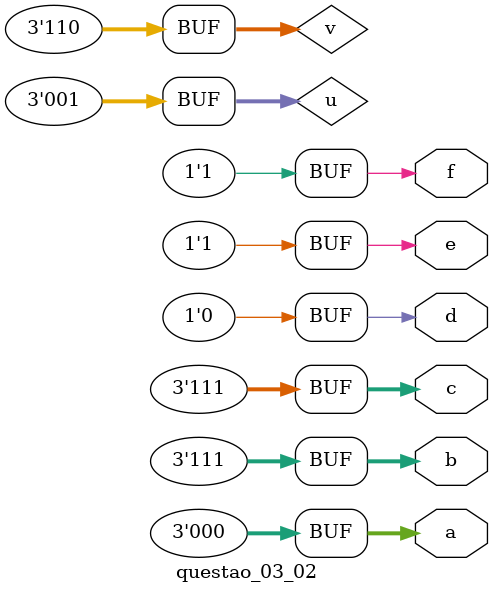
<source format=sv>
module questao_03_02 (a, b, c, d, e, f);

logic [2:0] u = 3'b001;
logic [2:0] v = 3'b110;

output logic [2:0] a, b, c;
output logic d, e, f;

assign a = u & v;
assign b = u | v;
assign c = u ^ v;
assign d = &u;
assign e = |v;
assign f = |u;

endmodule 
</source>
